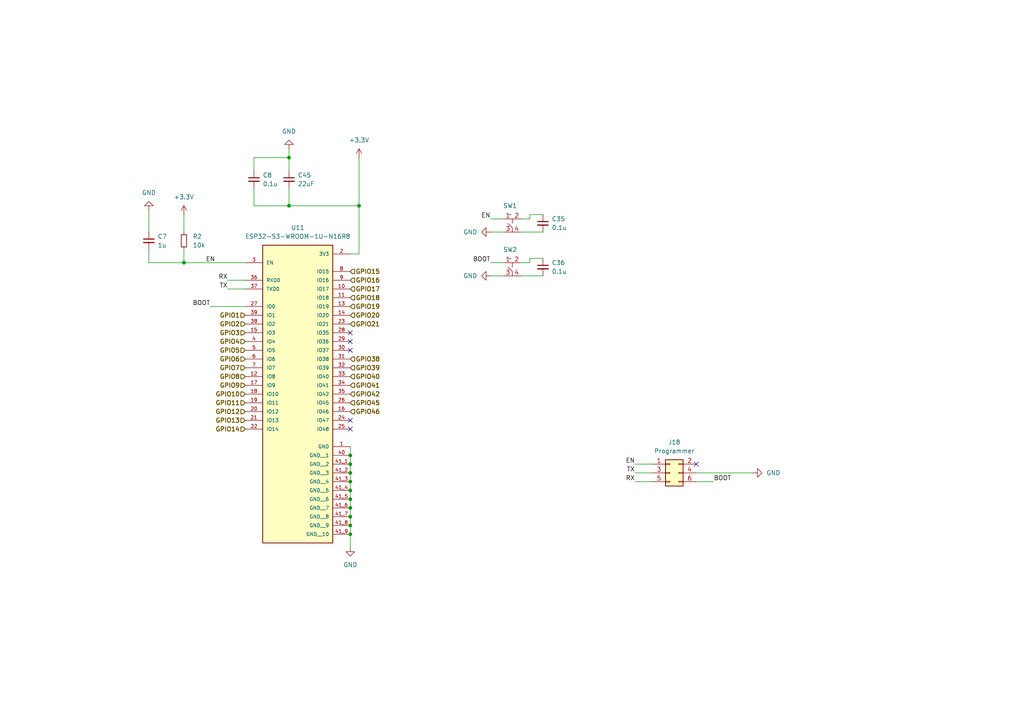
<source format=kicad_sch>
(kicad_sch (version 20250114) (generator "eeschema") (generator_version "9.0")
  (paper "A4")
  (lib_symbols
    (symbol "Connector_Generic:Conn_02x03_Odd_Even" (pin_names (offset 1.016) (hide yes))
      (property "Reference" "J" (at 1.27 5.08 0))
      (property "Value" "Conn_02x03_Odd_Even" (at 1.27 -5.08 0))
      (symbol "Conn_02x03_Odd_Even_1_1"
        (rectangle (start -1.27 3.81) (end 3.81 -3.81) (stroke (width 0.254)) (fill (type background)))
        (rectangle (start -1.27 2.667) (end 0 2.413) (stroke (width 0.1524)))
        (rectangle (start -1.27 0.127) (end 0 -0.127) (stroke (width 0.1524)))
        (rectangle (start -1.27 -2.413) (end 0 -2.667) (stroke (width 0.1524)))
        (rectangle (start 3.81 2.667) (end 2.54 2.413) (stroke (width 0.1524)))
        (rectangle (start 3.81 0.127) (end 2.54 -0.127) (stroke (width 0.1524)))
        (rectangle (start 3.81 -2.413) (end 2.54 -2.667) (stroke (width 0.1524)))
        (pin passive line (at -5.08 2.54 0) (length 3.81) (name "Pin_1") (number "1"))
        (pin passive line (at -5.08 0 0) (length 3.81) (name "Pin_3") (number "3"))
        (pin passive line (at -5.08 -2.54 0) (length 3.81) (name "Pin_5") (number "5"))
        (pin passive line (at 7.62 2.54 180) (length 3.81) (name "Pin_2") (number "2"))
        (pin passive line (at 7.62 0 180) (length 3.81) (name "Pin_4") (number "4"))
        (pin passive line (at 7.62 -2.54 180) (length 3.81) (name "Pin_6") (number "6"))
      )
    )
    (symbol "Device:C_Small" (pin_numbers (hide yes)) (pin_names (offset 0.254) (hide yes))
      (property "Reference" "C" (at 0.254 1.778 0))
      (property "Value" "C_Small" (at 0.254 -2.032 0))
      (symbol "C_Small_0_1"
        (polyline (pts (xy -1.524 0.508) (xy 1.524 0.508)) (stroke (width 0.3048)))
        (polyline (pts (xy -1.524 -0.508) (xy 1.524 -0.508)) (stroke (width 0.3302)))
      )
      (symbol "C_Small_1_1"
        (pin passive line (at 0 2.54 270) (length 2.032) (name "~") (number "1"))
        (pin passive line (at 0 -2.54 90) (length 2.032) (name "~") (number "2"))
      )
    )
    (symbol "Device:R_Small" (pin_numbers (hide yes)) (pin_names (offset 0.254) (hide yes))
      (property "Reference" "R" (at 0.762 0.508 0))
      (property "Value" "R_Small" (at 0.762 -1.016 0))
      (symbol "R_Small_0_1"
        (rectangle (start -0.762 1.778) (end 0.762 -1.778) (stroke (width 0.2032)))
      )
      (symbol "R_Small_1_1"
        (pin passive line (at 0 2.54 270) (length 0.762) (name "~") (number "1"))
        (pin passive line (at 0 -2.54 90) (length 0.762) (name "~") (number "2"))
      )
    )
    (symbol "Vendor_Symbols:ESP32-S3-WROOM-1U-N16R8" (pin_names (offset 1.016))
      (property "Reference" "U" (at -10.16 31.242 0))
      (property "Value" "ESP32-S3-WROOM-1U-N16R8" (at -10.16 -58.42 0))
      (symbol "ESP32-S3-WROOM-1U-N16R8_0_0"
        (rectangle (start -10.16 -55.88) (end 10.16 30.48) (stroke (width 0.254)) (fill (type background)))
        (pin input line (at -15.24 25.4 0) (length 5.08) (name "EN") (number "3"))
        (pin bidirectional line (at -15.24 20.32 0) (length 5.08) (name "RXD0") (number "36"))
        (pin bidirectional line (at -15.24 17.78 0) (length 5.08) (name "TXD0") (number "37"))
        (pin bidirectional line (at -15.24 12.7 0) (length 5.08) (name "IO0") (number "27"))
        (pin bidirectional line (at -15.24 10.16 0) (length 5.08) (name "IO1") (number "39"))
        (pin bidirectional line (at -15.24 7.62 0) (length 5.08) (name "IO2") (number "38"))
        (pin bidirectional line (at -15.24 5.08 0) (length 5.08) (name "IO3") (number "15"))
        (pin bidirectional line (at -15.24 2.54 0) (length 5.08) (name "IO4") (number "4"))
        (pin bidirectional line (at -15.24 0 0) (length 5.08) (name "IO5") (number "5"))
        (pin bidirectional line (at -15.24 -2.54 0) (length 5.08) (name "IO6") (number "6"))
        (pin bidirectional line (at -15.24 -5.08 0) (length 5.08) (name "IO7") (number "7"))
        (pin bidirectional line (at -15.24 -7.62 0) (length 5.08) (name "IO8") (number "12"))
        (pin bidirectional line (at -15.24 -10.16 0) (length 5.08) (name "IO9") (number "17"))
        (pin bidirectional line (at -15.24 -12.7 0) (length 5.08) (name "IO10") (number "18"))
        (pin bidirectional line (at -15.24 -15.24 0) (length 5.08) (name "IO11") (number "19"))
        (pin bidirectional line (at -15.24 -17.78 0) (length 5.08) (name "IO12") (number "20"))
        (pin bidirectional line (at -15.24 -20.32 0) (length 5.08) (name "IO13") (number "21"))
        (pin bidirectional line (at -15.24 -22.86 0) (length 5.08) (name "IO14") (number "22"))
        (pin power_in line (at 15.24 27.94 180) (length 5.08) (name "3V3") (number "2"))
        (pin bidirectional line (at 15.24 22.86 180) (length 5.08) (name "IO15") (number "8"))
        (pin bidirectional line (at 15.24 20.32 180) (length 5.08) (name "IO16") (number "9"))
        (pin bidirectional line (at 15.24 17.78 180) (length 5.08) (name "IO17") (number "10"))
        (pin bidirectional line (at 15.24 15.24 180) (length 5.08) (name "IO18") (number "11"))
        (pin bidirectional line (at 15.24 12.7 180) (length 5.08) (name "IO19") (number "13"))
        (pin bidirectional line (at 15.24 10.16 180) (length 5.08) (name "IO20") (number "14"))
        (pin bidirectional line (at 15.24 7.62 180) (length 5.08) (name "IO21") (number "23"))
        (pin bidirectional line (at 15.24 5.08 180) (length 5.08) (name "IO35") (number "28"))
        (pin bidirectional line (at 15.24 2.54 180) (length 5.08) (name "IO36") (number "29"))
        (pin bidirectional line (at 15.24 0 180) (length 5.08) (name "IO37") (number "30"))
        (pin bidirectional line (at 15.24 -2.54 180) (length 5.08) (name "IO38") (number "31"))
        (pin bidirectional line (at 15.24 -5.08 180) (length 5.08) (name "IO39") (number "32"))
        (pin bidirectional line (at 15.24 -7.62 180) (length 5.08) (name "IO40") (number "33"))
        (pin bidirectional line (at 15.24 -10.16 180) (length 5.08) (name "IO41") (number "34"))
        (pin bidirectional line (at 15.24 -12.7 180) (length 5.08) (name "IO42") (number "35"))
        (pin bidirectional line (at 15.24 -15.24 180) (length 5.08) (name "IO45") (number "26"))
        (pin bidirectional line (at 15.24 -17.78 180) (length 5.08) (name "IO46") (number "16"))
        (pin bidirectional line (at 15.24 -20.32 180) (length 5.08) (name "IO47") (number "24"))
        (pin bidirectional line (at 15.24 -22.86 180) (length 5.08) (name "IO48") (number "25"))
        (pin power_in line (at 15.24 -27.94 180) (length 5.08) (name "GND") (number "1"))
        (pin power_in line (at 15.24 -30.48 180) (length 5.08) (name "GND__1") (number "40"))
        (pin power_in line (at 15.24 -33.02 180) (length 5.08) (name "GND__2") (number "41_1"))
        (pin power_in line (at 15.24 -35.56 180) (length 5.08) (name "GND__3") (number "41_2"))
        (pin power_in line (at 15.24 -38.1 180) (length 5.08) (name "GND__4") (number "41_3"))
        (pin power_in line (at 15.24 -40.64 180) (length 5.08) (name "GND__5") (number "41_4"))
        (pin power_in line (at 15.24 -43.18 180) (length 5.08) (name "GND__6") (number "41_5"))
        (pin power_in line (at 15.24 -45.72 180) (length 5.08) (name "GND__7") (number "41_6"))
        (pin power_in line (at 15.24 -48.26 180) (length 5.08) (name "GND__8") (number "41_7"))
        (pin power_in line (at 15.24 -50.8 180) (length 5.08) (name "GND__9") (number "41_8"))
        (pin power_in line (at 15.24 -53.34 180) (length 5.08) (name "GND__10") (number "41_9"))
      )
    )
    (symbol "Vendor_Symbols:PTS647SN50SMTR2_LFS"
      (property "Reference" "SW" (at 0 1.016 0))
      (symbol "PTS647SN50SMTR2_LFS_0_1"
        (polyline (pts (xy -1.27 -1.27) (xy 0 -2.54)))
        (polyline (pts (xy 0 0) (xy 0 -1.27)))
        (polyline (pts (xy 0 -2.54) (xy 0 -3.81)))
      )
      (symbol "PTS647SN50SMTR2_LFS_1_1"
        (pin input line (at -2.54 0 0) (length 2.54) (name "") (number "1"))
        (pin input line (at -2.54 -3.81 0) (length 2.54) (name "") (number "3"))
        (pin input line (at 2.54 0 180) (length 2.54) (name "") (number "2"))
        (pin input line (at 2.54 -3.81 180) (length 2.54) (name "") (number "4"))
      )
    )
    (symbol "power:+3.3V" (power) (pin_numbers (hide yes)) (pin_names (offset 0) (hide yes))
      (property "Value" "+3.3V" (at 0 3.556 0))
      (symbol "+3.3V_0_1"
        (polyline (pts (xy -0.762 1.27) (xy 0 2.54)))
        (polyline (pts (xy 0 2.54) (xy 0.762 1.27)))
        (polyline (pts (xy 0 0) (xy 0 2.54)))
      )
      (symbol "+3.3V_1_1"
        (pin power_in line (at 0 0 90) (length 0) (name "~") (number "1"))
      )
    )
    (symbol "power:GND" (power) (pin_numbers (hide yes)) (pin_names (offset 0) (hide yes))
      (property "Value" "GND" (at 0 -3.81 0))
      (symbol "GND_0_1"
        (polyline (pts (xy 0 0) (xy 0 -1.27) (xy 1.27 -1.27) (xy 0 -2.54) (xy -1.27 -1.27) (xy 0 -1.27)))
      )
      (symbol "GND_1_1"
        (pin power_in line (at 0 0 270) (length 0) (name "~") (number "1"))
      )
    )
  )
  (junction (at 101.6 139.7))
  (junction (at 53.34 76.2))
  (junction (at 101.6 149.86))
  (junction (at 101.6 132.08))
  (junction (at 83.82 59.69))
  (junction (at 101.6 144.78))
  (junction (at 101.6 137.16))
  (junction (at 83.82 45.72))
  (junction (at 101.6 154.94))
  (junction (at 101.6 134.62))
  (junction (at 101.6 152.4))
  (junction (at 101.6 147.32))
  (junction (at 104.14 59.69))
  (junction (at 101.6 142.24))
  (no_connect (at 101.6 99.06))
  (no_connect (at 201.93 134.62))
  (no_connect (at 101.6 124.46))
  (no_connect (at 101.6 96.52))
  (no_connect (at 101.6 101.6))
  (no_connect (at 101.6 121.92))
  (wire (pts (xy 53.34 76.2) (xy 43.18 76.2)))
  (wire (pts (xy 153.67 74.93) (xy 157.48 74.93)))
  (wire (pts (xy 101.6 144.78) (xy 101.6 147.32)))
  (wire (pts (xy 43.18 72.39) (xy 43.18 76.2)))
  (wire (pts (xy 101.6 134.62) (xy 101.6 137.16)))
  (wire (pts (xy 83.82 59.69) (xy 104.14 59.69)))
  (wire (pts (xy 101.6 142.24) (xy 101.6 144.78)))
  (wire (pts (xy 153.67 63.5) (xy 153.67 62.23)))
  (wire (pts (xy 101.6 139.7) (xy 101.6 142.24)))
  (wire (pts (xy 60.96 88.9) (xy 71.12 88.9)))
  (wire (pts (xy 101.6 149.86) (xy 101.6 152.4)))
  (wire (pts (xy 83.82 45.72) (xy 83.82 43.18)))
  (wire (pts (xy 151.13 76.2) (xy 153.67 76.2)))
  (wire (pts (xy 151.13 80.01) (xy 157.48 80.01)))
  (wire (pts (xy 73.66 49.53) (xy 73.66 45.72)))
  (wire (pts (xy 43.18 60.96) (xy 43.18 67.31)))
  (wire (pts (xy 83.82 45.72) (xy 83.82 49.53)))
  (wire (pts (xy 151.13 63.5) (xy 153.67 63.5)))
  (wire (pts (xy 73.66 59.69) (xy 83.82 59.69)))
  (wire (pts (xy 142.24 63.5) (xy 146.05 63.5)))
  (wire (pts (xy 53.34 76.2) (xy 71.12 76.2)))
  (wire (pts (xy 151.13 67.31) (xy 157.48 67.31)))
  (wire (pts (xy 142.24 80.01) (xy 146.05 80.01)))
  (wire (pts (xy 153.67 76.2) (xy 153.67 74.93)))
  (wire (pts (xy 53.34 62.23) (xy 53.34 67.31)))
  (wire (pts (xy 101.6 132.08) (xy 101.6 134.62)))
  (wire (pts (xy 66.04 83.82) (xy 71.12 83.82)))
  (wire (pts (xy 184.15 137.16) (xy 189.23 137.16)))
  (wire (pts (xy 184.15 134.62) (xy 189.23 134.62)))
  (wire (pts (xy 104.14 45.72) (xy 104.14 59.69)))
  (wire (pts (xy 53.34 72.39) (xy 53.34 76.2)))
  (wire (pts (xy 66.04 81.28) (xy 71.12 81.28)))
  (wire (pts (xy 73.66 59.69) (xy 73.66 54.61)))
  (wire (pts (xy 101.6 73.66) (xy 104.14 73.66)))
  (wire (pts (xy 153.67 62.23) (xy 157.48 62.23)))
  (wire (pts (xy 104.14 59.69) (xy 104.14 73.66)))
  (wire (pts (xy 207.01 139.7) (xy 201.93 139.7)))
  (wire (pts (xy 218.44 137.16) (xy 201.93 137.16)))
  (wire (pts (xy 142.24 76.2) (xy 146.05 76.2)))
  (wire (pts (xy 83.82 54.61) (xy 83.82 59.69)))
  (wire (pts (xy 101.6 154.94) (xy 101.6 158.75)))
  (wire (pts (xy 101.6 152.4) (xy 101.6 154.94)))
  (wire (pts (xy 101.6 137.16) (xy 101.6 139.7)))
  (wire (pts (xy 101.6 129.54) (xy 101.6 132.08)))
  (wire (pts (xy 142.24 67.31) (xy 146.05 67.31)))
  (wire (pts (xy 101.6 147.32) (xy 101.6 149.86)))
  (wire (pts (xy 73.66 45.72) (xy 83.82 45.72)))
  (wire (pts (xy 184.15 139.7) (xy 189.23 139.7)))
  (label "TX" (at 66.04 83.82 180))
  (label "BOOT" (at 207.01 139.7 0))
  (label "BOOT" (at 142.24 76.2 180))
  (label "RX" (at 184.15 139.7 180))
  (label "EN" (at 184.15 134.62 180))
  (label "BOOT" (at 60.96 88.9 180))
  (label "EN" (at 142.24 63.5 180))
  (label "EN" (at 59.69 76.2 0))
  (label "RX" (at 66.04 81.28 180))
  (label "TX" (at 184.15 137.16 180))
  (hierarchical_label "GPIO39" (shape input) (at 101.6 106.68 0) (effects (font (thickness 0.254) (bold yes))))
  (hierarchical_label "GPIO18" (shape input) (at 101.6 86.36 0) (effects (font (thickness 0.254) (bold yes))))
  (hierarchical_label "GPIO7" (shape input) (at 71.12 106.68 180) (effects (font (thickness 0.254) (bold yes))))
  (hierarchical_label "GPIO13" (shape input) (at 71.12 121.92 180) (effects (font (thickness 0.254) (bold yes))))
  (hierarchical_label "GPIO10" (shape input) (at 71.12 114.3 180) (effects (font (thickness 0.254) (bold yes))))
  (hierarchical_label "GPIO46" (shape input) (at 101.6 119.38 0) (effects (font (thickness 0.254) (bold yes))))
  (hierarchical_label "GPIO9" (shape input) (at 71.12 111.76 180) (effects (font (thickness 0.254) (bold yes))))
  (hierarchical_label "GPIO11" (shape input) (at 71.12 116.84 180) (effects (font (thickness 0.254) (bold yes))))
  (hierarchical_label "GPIO12" (shape input) (at 71.12 119.38 180) (effects (font (thickness 0.254) (bold yes))))
  (hierarchical_label "GPIO14" (shape input) (at 71.12 124.46 180) (effects (font (thickness 0.254) (bold yes))))
  (hierarchical_label "GPIO38" (shape input) (at 101.6 104.14 0) (effects (font (thickness 0.254) (bold yes))))
  (hierarchical_label "GPIO45" (shape input) (at 101.6 116.84 0) (effects (font (thickness 0.254) (bold yes))))
  (hierarchical_label "GPIO15" (shape input) (at 101.6 78.74 0) (effects (font (thickness 0.254) (bold yes))))
  (hierarchical_label "GPIO5" (shape input) (at 71.12 101.6 180) (effects (font (thickness 0.254) (bold yes))))
  (hierarchical_label "GPIO4" (shape input) (at 71.12 99.06 180) (effects (font (thickness 0.254) (bold yes))))
  (hierarchical_label "GPIO16" (shape input) (at 101.6 81.28 0) (effects (font (thickness 0.254) (bold yes))))
  (hierarchical_label "GPIO19" (shape input) (at 101.6 88.9 0) (effects (font (thickness 0.254) (bold yes))))
  (hierarchical_label "GPIO41" (shape input) (at 101.6 111.76 0) (effects (font (thickness 0.254) (bold yes))))
  (hierarchical_label "GPIO2" (shape input) (at 71.12 93.98 180) (effects (font (thickness 0.254) (bold yes))))
  (hierarchical_label "GPIO1" (shape input) (at 71.12 91.44 180) (effects (font (thickness 0.254) (bold yes))))
  (hierarchical_label "GPIO21" (shape input) (at 101.6 93.98 0) (effects (font (thickness 0.254) (bold yes))))
  (hierarchical_label "GPIO17" (shape input) (at 101.6 83.82 0) (effects (font (thickness 0.254) (bold yes))))
  (hierarchical_label "GPIO42" (shape input) (at 101.6 114.3 0) (effects (font (thickness 0.254) (bold yes))))
  (hierarchical_label "GPIO6" (shape input) (at 71.12 104.14 180) (effects (font (thickness 0.254) (bold yes))))
  (hierarchical_label "GPIO40" (shape input) (at 101.6 109.22 0) (effects (font (thickness 0.254) (bold yes))))
  (hierarchical_label "GPIO8" (shape input) (at 71.12 109.22 180) (effects (font (thickness 0.254) (bold yes))))
  (hierarchical_label "GPIO3" (shape input) (at 71.12 96.52 180) (effects (font (thickness 0.254) (bold yes))))
  (hierarchical_label "GPIO20" (shape input) (at 101.6 91.44 0) (effects (font (thickness 0.254) (bold yes))))
  (symbol (lib_id "Device:C_Small") (at 157.48 64.77 0) (unit 1)
    (property "Reference" "C35" (at 160.02 63.5062 0) (effects (justify left)))
    (property "Value" "0.1u" (at 160.02 66.0462 0) (effects (justify left)))
    (property "Footprint" "Capacitor_SMD:C_0603_1608Metric_Pad1.08x0.95mm_HandSolder" (effects (hide yes)))
    (property "Description" "0.1 µF ±10% 16V Ceramic Capacitor X7R 0603 (1608 Metric)" (effects (hide yes)))
    (property "DigiKey Link" "https://www.digikey.com/en/products/detail/samsung-electro-mechanics/CL10B104KO8NNNC/3886663" (effects (hide yes)))
    (property "MPN" "CL10B104KO8NNNC" (effects (hide yes)))
    (property "Manufacturer" "Samsung Electro-Mechanics" (effects (hide yes)))
  )
  (symbol (lib_id "power:GND") (at 101.6 158.75 0) (unit 1)
    (property "Reference" "#PWR080" (effects (hide yes)))
    (property "Value" "GND" (at 101.6 163.83 0))
    (property "Description" "Power symbol creates a global label with name \"GND\" , ground" (effects (hide yes)))
  )
  (symbol (lib_id "power:GND") (at 142.24 80.01 270) (unit 1)
    (property "Reference" "#PWR0105" (effects (hide yes)))
    (property "Value" "GND" (at 138.43 80.0099 90) (effects (justify right)))
    (property "Description" "Power symbol creates a global label with name \"GND\" , ground" (effects (hide yes)))
  )
  (symbol (lib_id "Device:R_Small") (at 53.34 69.85 0) (unit 1)
    (property "Reference" "R2" (at 55.88 68.5799 0) (effects (justify left)))
    (property "Value" "10k" (at 55.88 71.1199 0) (effects (justify left)))
    (property "Footprint" "Resistor_SMD:R_0603_1608Metric_Pad0.98x0.95mm_HandSolder" (effects (hide yes)))
    (property "Description" "10 kOhms ±5% 0.1W, 1/10W Chip Resistor 0603 (1608 Metric) Automotive AEC-Q200 Thick Film" (effects (hide yes)))
    (property "DigiKey Link" "https://www.digikey.com/en/products/detail/stackpole-electronics-inc/RMCF0603JT10K0/1758104" (effects (hide yes)))
    (property "MPN" "RMCF0603JT10K0" (effects (hide yes)))
    (property "Manufacturer" "Stackpole Electronics Inc" (effects (hide yes)))
  )
  (symbol (lib_id "power:GND") (at 83.82 43.18 180) (unit 1)
    (property "Reference" "#PWR021" (effects (hide yes)))
    (property "Value" "GND" (at 83.82 38.1 0))
    (property "Description" "Power symbol creates a global label with name \"GND\" , ground" (effects (hide yes)))
  )
  (symbol (lib_id "Vendor_Symbols:PTS647SN50SMTR2_LFS") (at 148.59 63.5 0) (unit 1)
    (property "Reference" "SW1" (at 147.955 59.69 0))
    (property "Value" "~" (at 147.955 62.23 0))
    (property "Footprint" "Vendor_Footprints:PTS647SN50SMTR2LFS" (effects (hide yes)))
    (property "Description" "Tactile Switch SPST-NO Top Actuated Surface Mount" (effects (hide yes)))
    (property "DigiKey Link" "https://www.digikey.com/en/products/detail/c-k/pts647sn50smtr2-lfs/9649857" (effects (hide yes)))
    (property "MPN" "PTS647SN50SMTR2 LFS" (effects (hide yes)))
    (property "Manufacturer" "C&K" (effects (hide yes)))
  )
  (symbol (lib_id "power:+3.3V") (at 104.14 45.72 0) (unit 1)
    (property "Reference" "#PWR030" (effects (hide yes)))
    (property "Value" "+3.3V" (at 104.14 40.64 0))
    (property "Description" "Power symbol creates a global label with name \"+3.3V\"" (effects (hide yes)))
  )
  (symbol (lib_id "Device:C_Small") (at 43.18 69.85 0) (unit 1)
    (property "Reference" "C7" (at 45.72 68.5862 0) (effects (justify left)))
    (property "Value" "1u" (at 45.72 71.1262 0) (effects (justify left)))
    (property "Footprint" "Capacitor_SMD:C_0603_1608Metric_Pad1.08x0.95mm_HandSolder" (effects (hide yes)))
    (property "Description" "1 µF ±10% 10V Ceramic Capacitor X7R 0603 (1608 Metric)" (effects (hide yes)))
    (property "DigiKey Link" "https://www.digikey.com/en/products/detail/samsung-electro-mechanics/CL10B105KP8NNNC/3887604" (effects (hide yes)))
    (property "MPN" "CL10B105KP8NNNC" (effects (hide yes)))
    (property "Manufacturer" "Samsung Electro-Mechanics" (effects (hide yes)))
  )
  (symbol (lib_id "Device:C_Small") (at 83.82 52.07 0) (unit 1)
    (property "Reference" "C45" (at 86.36 50.8062 0) (effects (justify left)))
    (property "Value" "22uF" (at 86.36 53.3462 0) (effects (justify left)))
    (property "Footprint" "Capacitor_SMD:C_0805_2012Metric_Pad1.18x1.45mm_HandSolder" (effects (hide yes)))
    (property "Description" "22 µF ±20% 16V Ceramic Capacitor X5R 0805 (2012 Metric)" (effects (hide yes)))
    (property "MPN" "CL21A226MOCLRNC" (effects (hide yes)))
    (property "Manufacturer" "Samsung Electro-Mechanics" (effects (hide yes)))
    (property "DigiKey Link" "https://www.digikey.com/en/products/detail/samsung-electro-mechanics/CL21A226MOCLRNC/5961264" (effects (hide yes)))
  )
  (symbol (lib_id "power:GND") (at 218.44 137.16 90) (unit 1)
    (property "Reference" "#PWR0103" (effects (hide yes)))
    (property "Value" "GND" (at 222.25 137.1599 90) (effects (justify right)))
    (property "Description" "Power symbol creates a global label with name \"GND\" , ground" (effects (hide yes)))
  )
  (symbol (lib_id "Vendor_Symbols:ESP32-S3-WROOM-1U-N16R8") (at 86.36 101.6 0) (unit 1)
    (property "Reference" "U11" (at 86.36 66.04 0))
    (property "Value" "ESP32-S3-WROOM-1U-N16R8" (at 86.36 68.58 0))
    (property "Footprint" "Vendor_Footprints:XCVR_ESP32-S3-WROOM-1U-N16R8" (effects (hide yes)))
    (property "Datasheet" "https://www.espressif.com/sites/default/files/documentation/esp32-s3-wroom-1_wroom-1u_datasheet_en.pdf" (effects (hide yes)))
    (property "Description" "Bluetooth, WiFi 802.11b/g/n, Bluetooth v5.0 Transceiver Module 2.4GHz Antenna Not Included, U.FL Surface Mount" (effects (hide yes)))
    (property "MPN" "ESP32-S3-WROOM-1U-N16R8" (effects (hide yes)))
    (property "Manufacturer" "Espressif Systems" (effects (hide yes)))
    (property "DigiKey Link" "https://www.digikey.com/en/products/detail/espressif-systems/ESP32-S3-WROOM-1U-N16R8/16162641" (effects (hide yes)))
  )
  (symbol (lib_id "Connector_Generic:Conn_02x03_Odd_Even") (at 194.31 137.16 0) (unit 1)
    (property "Reference" "J18" (at 195.58 128.27 0))
    (property "Value" "Programmer" (at 195.58 130.81 0))
    (property "Footprint" "Vendor_Footprints:61200621621" (effects (hide yes)))
    (property "Description" "Connector Header Through Hole 6 position 0.100\" (2.54mm)" (effects (hide yes)))
    (property "MPN" "61200621621" (effects (hide yes)))
    (property "Manufacturer" "Würth Elektronik" (effects (hide yes)))
    (property "DigiKey Link" "https://www.digikey.com/en/products/detail/w%C3%BCrth-elektronik/61200621621/4846913" (effects (hide yes)))
  )
  (symbol (lib_id "Device:C_Small") (at 157.48 77.47 0) (unit 1)
    (property "Reference" "C36" (at 160.02 76.2062 0) (effects (justify left)))
    (property "Value" "0.1u" (at 160.02 78.7462 0) (effects (justify left)))
    (property "Footprint" "Capacitor_SMD:C_0603_1608Metric_Pad1.08x0.95mm_HandSolder" (effects (hide yes)))
    (property "Description" "0.1 µF ±10% 16V Ceramic Capacitor X7R 0603 (1608 Metric)" (effects (hide yes)))
    (property "DigiKey Link" "https://www.digikey.com/en/products/detail/samsung-electro-mechanics/CL10B104KO8NNNC/3886663" (effects (hide yes)))
    (property "MPN" "CL10B104KO8NNNC" (effects (hide yes)))
    (property "Manufacturer" "Samsung Electro-Mechanics" (effects (hide yes)))
  )
  (symbol (lib_id "power:GND") (at 142.24 67.31 270) (unit 1)
    (property "Reference" "#PWR0104" (effects (hide yes)))
    (property "Value" "GND" (at 138.43 67.3099 90) (effects (justify right)))
    (property "Description" "Power symbol creates a global label with name \"GND\" , ground" (effects (hide yes)))
  )
  (symbol (lib_id "Device:C_Small") (at 73.66 52.07 0) (unit 1)
    (property "Reference" "C8" (at 76.2 50.8062 0) (effects (justify left)))
    (property "Value" "0.1u" (at 76.2 53.3462 0) (effects (justify left)))
    (property "Footprint" "Capacitor_SMD:C_0603_1608Metric_Pad1.08x0.95mm_HandSolder" (effects (hide yes)))
    (property "Description" "0.1 µF ±10% 16V Ceramic Capacitor X7R 0603 (1608 Metric)" (effects (hide yes)))
    (property "DigiKey Link" "https://www.digikey.com/en/products/detail/samsung-electro-mechanics/CL10B104KO8NNNC/3886663" (effects (hide yes)))
    (property "MPN" "CL10B104KO8NNNC" (effects (hide yes)))
    (property "Manufacturer" "Samsung Electro-Mechanics" (effects (hide yes)))
  )
  (symbol (lib_id "Vendor_Symbols:PTS647SN50SMTR2_LFS") (at 148.59 76.2 0) (unit 1)
    (property "Reference" "SW2" (at 147.955 72.39 0))
    (property "Value" "~" (at 147.955 74.93 0))
    (property "Footprint" "Vendor_Footprints:PTS647SN50SMTR2LFS" (effects (hide yes)))
    (property "Description" "Tactile Switch SPST-NO Top Actuated Surface Mount" (effects (hide yes)))
    (property "DigiKey Link" "https://www.digikey.com/en/products/detail/c-k/pts647sn50smtr2-lfs/9649857" (effects (hide yes)))
    (property "MPN" "PTS647SN50SMTR2 LFS" (effects (hide yes)))
    (property "Manufacturer" "C&K" (effects (hide yes)))
  )
  (symbol (lib_id "power:+3.3V") (at 53.34 62.23 0) (unit 1)
    (property "Reference" "#PWR019" (effects (hide yes)))
    (property "Value" "+3.3V" (at 53.34 57.15 0))
    (property "Description" "Power symbol creates a global label with name \"+3.3V\"" (effects (hide yes)))
  )
  (symbol (lib_id "power:GND") (at 43.18 60.96 180) (unit 1)
    (property "Reference" "#PWR017" (effects (hide yes)))
    (property "Value" "GND" (at 43.18 55.88 0))
    (property "Description" "Power symbol creates a global label with name \"GND\" , ground" (effects (hide yes)))
  )
)
</source>
